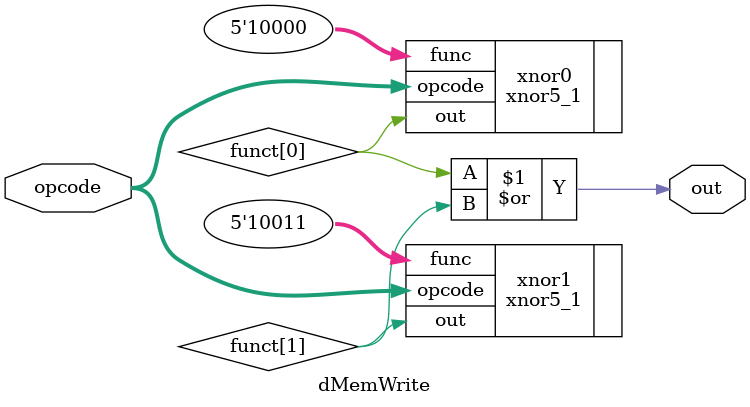
<source format=v>
module dMemWrite(opcode, out);
   input [4:0] opcode;
   output      out;
   wire        funct[1:0];

   xnor5_1 xnor0  (.opcode(opcode), .func(5'b10000), .out(funct[0]));
   xnor5_1 xnor1  (.opcode(opcode), .func(5'b10011), .out(funct[1]));

   assign out = funct[0] | funct[1];

endmodule // dMemWrite

</source>
